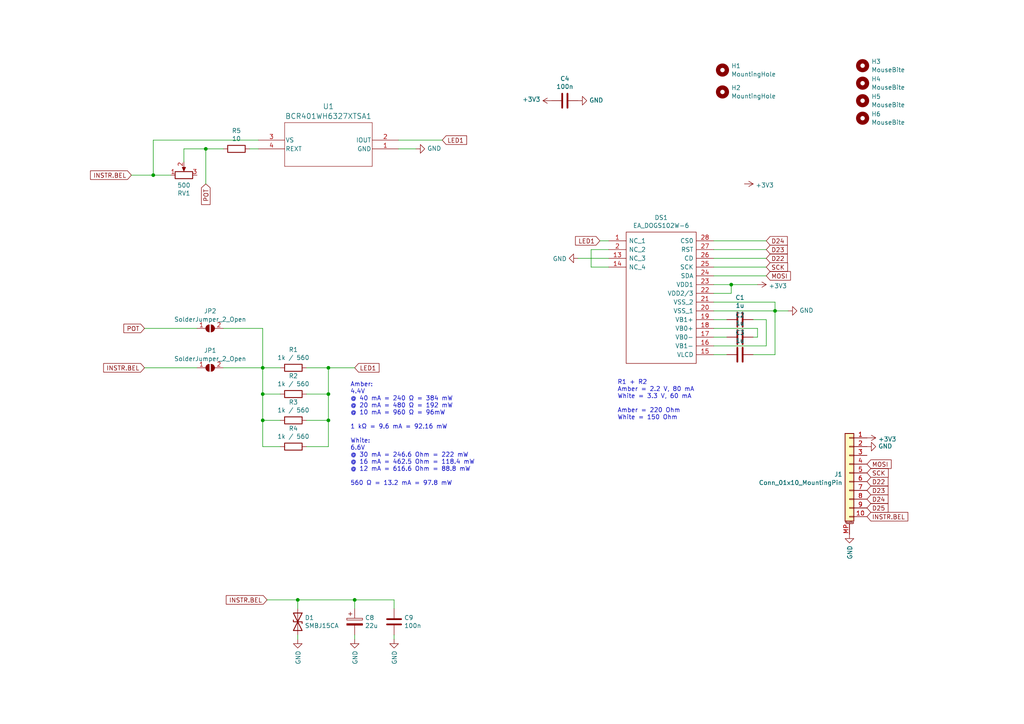
<source format=kicad_sch>
(kicad_sch (version 20230121) (generator eeschema)
  (paper "A4")
  (title_block (title "DOGS102") (date "2022-04-11") (rev "0.9.1") (company "fiz-o-matic.net"))
  (lib_symbols
    (symbol "BCR401:BCR401WH6327XTSA1" (pin_names (offset 0.254))
      (property "Reference" "U" (at 20.32 10.16 0))
      (property "Value" "BCR401WH6327XTSA1" (at 20.32 7.62 0))
      (symbol "BCR401WH6327XTSA1_0_1"
        (polyline (pts (xy 7.62 -7.62) (xy 33.02 -7.62)) (stroke (width 0.127)))
        (polyline (pts (xy 7.62 5.08) (xy 7.62 -7.62)) (stroke (width 0.127)))
        (polyline (pts (xy 33.02 -7.62) (xy 33.02 5.08)) (stroke (width 0.127)))
        (polyline (pts (xy 33.02 5.08) (xy 7.62 5.08)) (stroke (width 0.127)))
        (pin power_out line (at 0 0 0) (length 7.62) (name "GND") (number "1"))
        (pin output line (at 0 -2.54 0) (length 7.62) (name "IOUT") (number "2"))
        (pin unspecified line (at 40.64 -2.54 180) (length 7.62) (name "VS") (number "3"))
        (pin unspecified line (at 40.64 0 180) (length 7.62) (name "REXT") (number "4"))
      )
    )
    (symbol "Connector_Generic_MountingPin:Conn_01x10_MountingPin" (pin_names (offset 1.016) hide)
      (property "Reference" "J" (at 0 12.7 0))
      (property "Value" "Conn_01x10_MountingPin" (at 1.27 -15.24 0))
      (symbol "Conn_01x10_MountingPin_1_1"
        (rectangle (start -1.27 -12.573) (end 0 -12.827) (stroke (width 0.1524)))
        (rectangle (start -1.27 -10.033) (end 0 -10.287) (stroke (width 0.1524)))
        (rectangle (start -1.27 -7.493) (end 0 -7.747) (stroke (width 0.1524)))
        (rectangle (start -1.27 -4.953) (end 0 -5.207) (stroke (width 0.1524)))
        (rectangle (start -1.27 -2.413) (end 0 -2.667) (stroke (width 0.1524)))
        (rectangle (start -1.27 0.127) (end 0 -0.127) (stroke (width 0.1524)))
        (rectangle (start -1.27 2.667) (end 0 2.413) (stroke (width 0.1524)))
        (rectangle (start -1.27 5.207) (end 0 4.953) (stroke (width 0.1524)))
        (rectangle (start -1.27 7.747) (end 0 7.493) (stroke (width 0.1524)))
        (rectangle (start -1.27 10.287) (end 0 10.033) (stroke (width 0.1524)))
        (rectangle (start -1.27 11.43) (end 1.27 -13.97) (stroke (width 0.254)) (fill (type background)))
        (polyline (pts (xy -1.016 -14.732) (xy 1.016 -14.732)) (stroke (width 0.1524)))
        (text "Mounting" (at 0 -14.351 0) (effects (font (size 0.381 0.381))))
        (pin passive line (at -5.08 10.16 0) (length 3.81) (name "Pin_1") (number "1"))
        (pin passive line (at -5.08 -12.7 0) (length 3.81) (name "Pin_10") (number "10"))
        (pin passive line (at -5.08 7.62 0) (length 3.81) (name "Pin_2") (number "2"))
        (pin passive line (at -5.08 5.08 0) (length 3.81) (name "Pin_3") (number "3"))
        (pin passive line (at -5.08 2.54 0) (length 3.81) (name "Pin_4") (number "4"))
        (pin passive line (at -5.08 0 0) (length 3.81) (name "Pin_5") (number "5"))
        (pin passive line (at -5.08 -2.54 0) (length 3.81) (name "Pin_6") (number "6"))
        (pin passive line (at -5.08 -5.08 0) (length 3.81) (name "Pin_7") (number "7"))
        (pin passive line (at -5.08 -7.62 0) (length 3.81) (name "Pin_8") (number "8"))
        (pin passive line (at -5.08 -10.16 0) (length 3.81) (name "Pin_9") (number "9"))
        (pin passive line (at 0 -17.78 90) (length 3.048) (name "MountPin") (number "MP"))
      )
    )
    (symbol "Device:C" (pin_numbers hide) (pin_names (offset 0.254))
      (property "Reference" "C" (at 0.635 2.54 0))
      (property "Value" "C" (at 0.635 -2.54 0))
      (symbol "C_0_1"
        (polyline (pts (xy -2.032 -0.762) (xy 2.032 -0.762)) (stroke (width 0.508)))
        (polyline (pts (xy -2.032 0.762) (xy 2.032 0.762)) (stroke (width 0.508)))
      )
      (symbol "C_1_1"
        (pin passive line (at 0 3.81 270) (length 2.794) (name "~") (number "1"))
        (pin passive line (at 0 -3.81 90) (length 2.794) (name "~") (number "2"))
      )
    )
    (symbol "Device:D_TVS" (pin_numbers hide) (pin_names (offset 1.016) hide)
      (property "Reference" "D" (at 0 2.54 0))
      (property "Value" "D_TVS" (at 0 -2.54 0))
      (symbol "D_TVS_0_1"
        (polyline (pts (xy 1.27 0) (xy -1.27 0)))
        (polyline (pts (xy 0.508 1.27) (xy 0 1.27) (xy 0 -1.27) (xy -0.508 -1.27)) (stroke (width 0.254)))
        (polyline (pts (xy -2.54 1.27) (xy -2.54 -1.27) (xy 2.54 1.27) (xy 2.54 -1.27) (xy -2.54 1.27)) (stroke (width 0.254)))
      )
      (symbol "D_TVS_1_1"
        (pin passive line (at -3.81 0 0) (length 2.54) (name "A1") (number "1"))
        (pin passive line (at 3.81 0 180) (length 2.54) (name "A2") (number "2"))
      )
    )
    (symbol "Device:R" (pin_numbers hide) (pin_names (offset 0))
      (property "Reference" "R" (at 2.032 0 90))
      (property "Value" "R" (at 0 0 90))
      (symbol "R_0_1"
        (rectangle (start -1.016 -2.54) (end 1.016 2.54) (stroke (width 0.254)))
      )
      (symbol "R_1_1"
        (pin passive line (at 0 3.81 270) (length 1.27) (name "~") (number "1"))
        (pin passive line (at 0 -3.81 90) (length 1.27) (name "~") (number "2"))
      )
    )
    (symbol "Jumper:SolderJumper_2_Open" (pin_names (offset 0) hide)
      (property "Reference" "JP" (at 0 2.032 0))
      (property "Value" "SolderJumper_2_Open" (at 0 -2.54 0))
      (symbol "SolderJumper_2_Open_0_1"
        (arc (start -0.254 1.016) (mid -1.2656 0) (end -0.254 -1.016))
        (arc (start -0.254 1.016) (mid -1.2656 0) (end -0.254 -1.016) (fill (type outline)))
        (polyline (pts (xy -0.254 1.016) (xy -0.254 -1.016)))
        (polyline (pts (xy 0.254 1.016) (xy 0.254 -1.016)))
        (arc (start 0.254 -1.016) (mid 1.2656 0) (end 0.254 1.016))
        (arc (start 0.254 -1.016) (mid 1.2656 0) (end 0.254 1.016) (fill (type outline)))
      )
      (symbol "SolderJumper_2_Open_1_1"
        (pin passive line (at -3.81 0 0) (length 2.54) (name "A") (number "1"))
        (pin passive line (at 3.81 0 180) (length 2.54) (name "B") (number "2"))
      )
    )
    (symbol "Mechanical:MountingHole" (pin_names (offset 1.016))
      (property "Reference" "H" (at 0 5.08 0))
      (property "Value" "MountingHole" (at 0 3.175 0))
      (symbol "MountingHole_0_1"
        (circle (center 0 0) (radius 1.27) (stroke (width 1.27)))
      )
    )
    (symbol "dogs102-rescue:+3.3V-power" (power) (pin_names (offset 0))
      (property "Value" "+3.3V-power" (at 0 3.556 0))
      (symbol "+3.3V-power_0_1"
        (polyline (pts (xy -0.762 1.27) (xy 0 2.54)))
        (polyline (pts (xy 0 0) (xy 0 2.54)))
        (polyline (pts (xy 0 2.54) (xy 0.762 1.27)))
      )
      (symbol "+3.3V-power_1_1"
        (pin power_in line (at 0 0 90) (length 0) hide (name "+3V3") (number "1"))
      )
    )
    (symbol "dogs102-rescue:CP-Device" (pin_numbers hide) (pin_names (offset 0.254))
      (property "Reference" "C" (at 0.635 2.54 0))
      (property "Value" "Device_CP" (at 0.635 -2.54 0))
      (symbol "CP-Device_0_1"
        (rectangle (start -2.286 0.508) (end 2.286 1.016))
        (polyline (pts (xy -1.778 2.286) (xy -0.762 2.286)))
        (polyline (pts (xy -1.27 2.794) (xy -1.27 1.778)))
        (rectangle (start 2.286 -0.508) (end -2.286 -1.016) (fill (type outline)))
      )
      (symbol "CP-Device_1_1"
        (pin passive line (at 0 3.81 270) (length 2.794) (name "~") (number "1"))
        (pin passive line (at 0 -3.81 90) (length 2.794) (name "~") (number "2"))
      )
    )
    (symbol "dogs102-rescue:EA_DOGS102W-6-dogs102_n" (pin_names (offset 0.762))
      (property "Reference" "DS" (at 26.67 7.62 0))
      (property "Value" "EA_DOGS102W-6-dogs102_n" (at 26.67 5.08 0))
      (symbol "EA_DOGS102W-6-dogs102_n_0_0"
        (pin unspecified line (at 0 0 0) (length 5.08) (name "NC_1") (number "1"))
        (pin unspecified line (at 0 -5.08 0) (length 5.08) (name "NC_3") (number "13"))
        (pin unspecified line (at 0 -7.62 0) (length 5.08) (name "NC_4") (number "14"))
        (pin unspecified line (at 30.48 -33.02 180) (length 5.08) (name "VLCD") (number "15"))
        (pin unspecified line (at 30.48 -30.48 180) (length 5.08) (name "VB1-") (number "16"))
        (pin unspecified line (at 30.48 -27.94 180) (length 5.08) (name "VB0-") (number "17"))
        (pin unspecified line (at 30.48 -25.4 180) (length 5.08) (name "VB0+") (number "18"))
        (pin unspecified line (at 30.48 -22.86 180) (length 5.08) (name "VB1+") (number "19"))
        (pin unspecified line (at 0 -2.54 0) (length 5.08) (name "NC_2") (number "2"))
        (pin unspecified line (at 30.48 -20.32 180) (length 5.08) (name "VSS_1") (number "20"))
        (pin unspecified line (at 30.48 -17.78 180) (length 5.08) (name "VSS_2") (number "21"))
        (pin unspecified line (at 30.48 -15.24 180) (length 5.08) (name "VDD2/3") (number "22"))
        (pin unspecified line (at 30.48 -12.7 180) (length 5.08) (name "VDD1") (number "23"))
        (pin unspecified line (at 30.48 -10.16 180) (length 5.08) (name "SDA") (number "24"))
        (pin unspecified line (at 30.48 -7.62 180) (length 5.08) (name "SCK") (number "25"))
        (pin unspecified line (at 30.48 -5.08 180) (length 5.08) (name "CD") (number "26"))
        (pin unspecified line (at 30.48 -2.54 180) (length 5.08) (name "RST") (number "27"))
        (pin unspecified line (at 30.48 0 180) (length 5.08) (name "CS0") (number "28"))
      )
      (symbol "EA_DOGS102W-6-dogs102_n_0_1"
        (polyline (pts (xy 5.08 2.54) (xy 25.4 2.54) (xy 25.4 -35.56) (xy 5.08 -35.56) (xy 5.08 2.54)) (stroke (width 0.1524)))
      )
    )
    (symbol "dogs102-rescue:R_POT-Device" (pin_names (offset 1.016) hide)
      (property "Reference" "RV" (at -4.445 0 90))
      (property "Value" "Device_R_POT" (at -2.54 0 90))
      (symbol "R_POT-Device_0_1"
        (polyline (pts (xy 2.54 0) (xy 1.524 0)))
        (polyline (pts (xy 1.143 0) (xy 2.286 0.508) (xy 2.286 -0.508) (xy 1.143 0)) (fill (type outline)))
        (rectangle (start 1.016 2.54) (end -1.016 -2.54) (stroke (width 0.254)))
      )
      (symbol "R_POT-Device_1_1"
        (pin passive line (at 0 3.81 270) (length 1.27) (name "1") (number "1"))
        (pin passive line (at 3.81 0 180) (length 1.27) (name "2") (number "2"))
        (pin passive line (at 0 -3.81 90) (length 1.27) (name "3") (number "3"))
      )
    )
    (symbol "dogs102:DINA4_L" (pin_numbers hide) (pin_names (offset 1.016) hide)
      (symbol "DINA4_L_2_0"
        (polyline (pts (xy 0 0) (xy 0 5.08)))
        (polyline (pts (xy 0 0) (xy 71.12 0)))
        (polyline (pts (xy 0 5.08) (xy 0 15.24)))
        (polyline (pts (xy 0 5.08) (xy 71.12 5.08)))
        (polyline (pts (xy 0 15.24) (xy 0 22.86)))
        (polyline (pts (xy 0 22.86) (xy 0 35.56)))
        (polyline (pts (xy 0 22.86) (xy 101.6 22.86)))
        (polyline (pts (xy 71.12 0) (xy 101.6 0)))
        (polyline (pts (xy 71.12 5.08) (xy 71.12 0)))
        (polyline (pts (xy 71.12 5.08) (xy 87.63 5.08)))
        (polyline (pts (xy 87.63 5.08) (xy 101.6 5.08)))
        (polyline (pts (xy 87.63 15.24) (xy 0 15.24)))
        (polyline (pts (xy 87.63 15.24) (xy 87.63 5.08)))
        (polyline (pts (xy 101.6 5.08) (xy 101.6 0)))
        (polyline (pts (xy 101.6 15.24) (xy 87.63 15.24)))
        (polyline (pts (xy 101.6 15.24) (xy 101.6 5.08)))
        (polyline (pts (xy 101.6 22.86) (xy 101.6 15.24)))
        (polyline (pts (xy 101.6 35.56) (xy 0 35.56)))
        (polyline (pts (xy 101.6 35.56) (xy 101.6 22.86)))
        (text ">DRAWING_NAME" (at 30.48 20.066 0) (effects (font (size 2.032 2.032))))
        (text ">LAST_DATE_TIME" (at 27.3558 2.286 0) (effects (font (size 2.032 2.032))))
        (text ">SHEET" (at 92.2274 2.286 0) (effects (font (size 2.032 2.032))))
        (text "Date:" (at 6.1468 2.286 0) (effects (font (size 2.032 2.032))))
        (text "Document Number:" (at 16.9164 12.446 0) (effects (font (size 2.032 2.032))))
        (text "REV:" (at 92.8116 12.446 0) (effects (font (size 2.032 2.032))))
        (text "Sheet:" (at 78.2574 2.286 0) (effects (font (size 2.032 2.032))))
        (text "TITLE:" (at 7.1374 20.066 0) (effects (font (size 2.032 2.032))))
      )
    )
    (symbol "power:GND" (power) (pin_names (offset 0))
      (property "Value" "GND" (at 0 -3.81 0))
      (symbol "GND_0_1"
        (polyline (pts (xy 0 0) (xy 0 -1.27) (xy 1.27 -1.27) (xy 0 -2.54) (xy -1.27 -1.27) (xy 0 -1.27)))
      )
      (symbol "GND_1_1"
        (pin power_in line (at 0 0 270) (length 0) hide (name "GND") (number "1"))
      )
    )
  )
  (junction (at 76.2 106.68))
  (junction (at 86.36 173.99))
  (junction (at 95.25 106.68))
  (junction (at 212.09 82.55))
  (junction (at 102.87 173.99))
  (junction (at 59.69 43.18))
  (junction (at 76.2 114.3))
  (junction (at 44.45 50.8))
  (junction (at 224.79 90.17))
  (junction (at 76.2 121.92))
  (junction (at 95.25 114.3))
  (junction (at 95.25 121.92))
  (wire (pts (xy 76.2 121.92) (xy 76.2 114.3)))
  (wire (pts (xy 207.01 82.55) (xy 212.09 82.55)))
  (wire (pts (xy 114.3 173.99) (xy 114.3 176.53)))
  (wire (pts (xy 102.87 173.99) (xy 114.3 173.99)))
  (wire (pts (xy 64.77 106.68) (xy 76.2 106.68)))
  (wire (pts (xy 219.71 95.25) (xy 207.01 95.25)))
  (wire (pts (xy 212.09 85.09) (xy 212.09 82.55)))
  (wire (pts (xy 41.91 106.68) (xy 57.15 106.68)))
  (wire (pts (xy 115.57 43.18) (xy 120.65 43.18)))
  (wire (pts (xy 114.3 184.15) (xy 114.3 185.42)))
  (wire (pts (xy 222.25 100.33) (xy 222.25 92.71)))
  (wire (pts (xy 207.01 100.33) (xy 222.25 100.33)))
  (wire (pts (xy 207.01 90.17) (xy 224.79 90.17)))
  (wire (pts (xy 171.45 77.47) (xy 171.45 72.39)))
  (wire (pts (xy 88.9 121.92) (xy 95.25 121.92)))
  (wire (pts (xy 59.69 43.18) (xy 64.77 43.18)))
  (wire (pts (xy 86.36 184.15) (xy 86.36 185.42)))
  (wire (pts (xy 64.77 95.25) (xy 76.2 95.25)))
  (wire (pts (xy 171.45 72.39) (xy 176.53 72.39)))
  (wire (pts (xy 76.2 106.68) (xy 81.28 106.68)))
  (wire (pts (xy 224.79 87.63) (xy 224.79 90.17)))
  (wire (pts (xy 102.87 184.15) (xy 102.87 185.42)))
  (wire (pts (xy 53.34 43.18) (xy 59.69 43.18)))
  (wire (pts (xy 86.36 173.99) (xy 102.87 173.99)))
  (wire (pts (xy 81.28 129.54) (xy 76.2 129.54)))
  (wire (pts (xy 53.34 43.18) (xy 53.34 46.99)))
  (wire (pts (xy 224.79 90.17) (xy 224.79 102.87)))
  (wire (pts (xy 76.2 129.54) (xy 76.2 121.92)))
  (wire (pts (xy 95.25 114.3) (xy 95.25 106.68)))
  (wire (pts (xy 218.44 97.79) (xy 219.71 97.79)))
  (wire (pts (xy 167.64 74.93) (xy 176.53 74.93)))
  (wire (pts (xy 95.25 106.68) (xy 102.87 106.68)))
  (wire (pts (xy 171.45 77.47) (xy 176.53 77.47)))
  (wire (pts (xy 207.01 72.39) (xy 222.25 72.39)))
  (wire (pts (xy 76.2 95.25) (xy 76.2 106.68)))
  (wire (pts (xy 207.01 92.71) (xy 210.82 92.71)))
  (wire (pts (xy 57.15 95.25) (xy 41.91 95.25)))
  (wire (pts (xy 115.57 40.64) (xy 128.27 40.64)))
  (wire (pts (xy 102.87 173.99) (xy 102.87 176.53)))
  (wire (pts (xy 44.45 50.8) (xy 49.53 50.8)))
  (wire (pts (xy 207.01 97.79) (xy 210.82 97.79)))
  (wire (pts (xy 77.47 173.99) (xy 86.36 173.99)))
  (wire (pts (xy 207.01 77.47) (xy 222.25 77.47)))
  (wire (pts (xy 207.01 85.09) (xy 212.09 85.09)))
  (wire (pts (xy 224.79 102.87) (xy 218.44 102.87)))
  (wire (pts (xy 219.71 97.79) (xy 219.71 95.25)))
  (wire (pts (xy 38.1 50.8) (xy 44.45 50.8)))
  (wire (pts (xy 207.01 80.01) (xy 222.25 80.01)))
  (wire (pts (xy 76.2 114.3) (xy 76.2 106.68)))
  (wire (pts (xy 59.69 43.18) (xy 59.69 53.34)))
  (wire (pts (xy 72.39 43.18) (xy 74.93 43.18)))
  (wire (pts (xy 88.9 106.68) (xy 95.25 106.68)))
  (wire (pts (xy 173.99 69.85) (xy 176.53 69.85)))
  (wire (pts (xy 88.9 114.3) (xy 95.25 114.3)))
  (wire (pts (xy 207.01 102.87) (xy 210.82 102.87)))
  (wire (pts (xy 81.28 114.3) (xy 76.2 114.3)))
  (wire (pts (xy 222.25 92.71) (xy 218.44 92.71)))
  (wire (pts (xy 224.79 90.17) (xy 228.6 90.17)))
  (wire (pts (xy 207.01 87.63) (xy 224.79 87.63)))
  (wire (pts (xy 212.09 82.55) (xy 219.71 82.55)))
  (wire (pts (xy 95.25 129.54) (xy 95.25 121.92)))
  (wire (pts (xy 207.01 69.85) (xy 222.25 69.85)))
  (wire (pts (xy 44.45 40.64) (xy 44.45 50.8)))
  (wire (pts (xy 207.01 74.93) (xy 222.25 74.93)))
  (wire (pts (xy 88.9 129.54) (xy 95.25 129.54)))
  (wire (pts (xy 86.36 173.99) (xy 86.36 176.53)))
  (wire (pts (xy 81.28 121.92) (xy 76.2 121.92)))
  (wire (pts (xy 95.25 121.92) (xy 95.25 114.3)))
  (wire (pts (xy 74.93 40.64) (xy 44.45 40.64)))
  (text "Amber:\n4.4V \n@ 40 mA = 240 Ω = 384 mW\n@ 20 mA = 480 Ω = 192 mW\n@ 10 mA = 960 Ω = 96mW\n\n1 kΩ = 9.6 mA = 92.16 mW\n\nWhite:\n6.6V \n@ 30 mA = 246.6 Ohm = 222 mW\n@ 16 mA = 462.5 Ohm = 118.4 mW\n@ 12 mA = 616.6 Ohm = 88.8 mW\n\n560 Ω = 13.2 mA = 97.8 mW" (at 101.6 140.97 0) (effects (font (size 1.27 1.27)) (justify left bottom)))
  (text "R1 + R2\nAmber = 2.2 V, 80 mA\nWhite = 3.3 V, 60 mA\n\nAmber = 220 Ohm\nWhite = 150 Ohm" (at 179.07 121.92 0) (effects (font (size 1.27 1.27)) (justify left bottom)))
  (global_label "D24" (shape input) (at 222.25 69.85 0) (property "Intersheetrefs" "${INTERSHEET_REFS}" (effects hide)))
  (global_label "MOSI" (shape input) (at 222.25 80.01 0) (property "Intersheetrefs" "${INTERSHEET_REFS}" (effects hide)))
  (global_label "POT" (shape input) (at 41.91 95.25 180) (property "Intersheetrefs" "${INTERSHEET_REFS}" (effects hide)))
  (global_label "SCK" (shape input) (at 251.46 137.16 0) (property "Intersheetrefs" "${INTERSHEET_REFS}" (effects hide)))
  (global_label "POT" (shape input) (at 59.69 53.34 270) (property "Intersheetrefs" "${INTERSHEET_REFS}" (effects hide)))
  (global_label "INSTR.BEL" (shape input) (at 77.47 173.99 180) (property "Intersheetrefs" "${INTERSHEET_REFS}" (effects hide)))
  (global_label "LED1" (shape input) (at 128.27 40.64 0) (property "Intersheetrefs" "${INTERSHEET_REFS}" (effects hide)))
  (global_label "SCK" (shape input) (at 222.25 77.47 0) (property "Intersheetrefs" "${INTERSHEET_REFS}" (effects hide)))
  (global_label "INSTR.BEL" (shape input) (at 251.46 149.86 0) (property "Intersheetrefs" "${INTERSHEET_REFS}" (effects hide)))
  (global_label "D22" (shape input) (at 251.46 139.7 0) (property "Intersheetrefs" "${INTERSHEET_REFS}" (effects hide)))
  (global_label "INSTR.BEL" (shape input) (at 41.91 106.68 180) (property "Intersheetrefs" "${INTERSHEET_REFS}" (effects hide)))
  (global_label "LED1" (shape input) (at 173.99 69.85 180) (property "Intersheetrefs" "${INTERSHEET_REFS}" (effects hide)))
  (global_label "D22" (shape input) (at 222.25 74.93 0) (property "Intersheetrefs" "${INTERSHEET_REFS}" (effects hide)))
  (global_label "D25" (shape input) (at 251.46 147.32 0) (property "Intersheetrefs" "${INTERSHEET_REFS}" (effects hide)))
  (global_label "LED1" (shape input) (at 102.87 106.68 0) (property "Intersheetrefs" "${INTERSHEET_REFS}" (effects hide)))
  (global_label "D23" (shape input) (at 251.46 142.24 0) (property "Intersheetrefs" "${INTERSHEET_REFS}" (effects hide)))
  (global_label "INSTR.BEL" (shape input) (at 38.1 50.8 180) (property "Intersheetrefs" "${INTERSHEET_REFS}" (effects hide)))
  (global_label "D24" (shape input) (at 251.46 144.78 0) (property "Intersheetrefs" "${INTERSHEET_REFS}" (effects hide)))
  (global_label "MOSI" (shape input) (at 251.46 134.62 0) (property "Intersheetrefs" "${INTERSHEET_REFS}" (effects hide)))
  (global_label "D23" (shape input) (at 222.25 72.39 0) (property "Intersheetrefs" "${INTERSHEET_REFS}" (effects hide)))
  (symbol (lib_id "dogs102:DINA4_L") (at 31.75 207.01 0) (unit 1)
    (property "Reference" "#FRAME1" (effects hide))
  )
  (symbol (lib_id "dogs102-rescue:EA_DOGS102W-6-dogs102_n") (at 176.53 69.85 0) (unit 1)
    (property "Reference" "DS1" (at 191.77 63.119 0))
    (property "Value" "EA_DOGS102W-6" (at 191.77 65.4304 0))
    (property "Footprint" "fiz-o-matic:EA-DOGS102W-6" (effects hide))
    (property "Datasheet" "http://www.lcd-module.com/eng/pdf/grafik/dogs102-6e.pdf" (effects hide))
    (property "Description" "LCD Graphic Display Modules & Accessories FSTN (+) Transflect White Background" (effects hide))
    (property "Manufacturer_Name" "ELECTRONIC ASSEMBLY" (effects hide))
    (property "Manufacturer_Part_Number" "EA DOGS102W-6" (effects hide))
    (property "Mouser Part Number" "790-EADOGS102W-6" (effects hide))
    (property "Mouser Price/Stock" "https://www.mouser.com/Search/Refine.aspx?Keyword=790-EADOGS102W-6" (effects hide))
  )
  (symbol (lib_id "Device:C") (at 214.63 97.79 270) (unit 1)
    (property "Reference" "C2" (at 214.63 91.3892 90))
    (property "Value" "1u" (at 214.63 93.7006 90))
    (property "Footprint" "Capacitor_SMD:C_1210_3225Metric_Pad1.33x2.70mm_HandSolder" (effects hide))
  )
  (symbol (lib_id "Device:C") (at 214.63 92.71 270) (unit 1)
    (property "Reference" "C1" (at 214.63 86.3092 90))
    (property "Value" "1u" (at 214.63 88.6206 90))
    (property "Footprint" "Capacitor_SMD:C_1210_3225Metric_Pad1.33x2.70mm_HandSolder" (effects hide))
  )
  (symbol (lib_id "Device:C") (at 214.63 102.87 270) (unit 1)
    (property "Reference" "C3" (at 214.63 96.4692 90))
    (property "Value" "1u" (at 214.63 98.7806 90))
    (property "Footprint" "Capacitor_SMD:C_1210_3225Metric_Pad1.33x2.70mm_HandSolder" (effects hide))
  )
  (symbol (lib_id "dogs102-rescue:+3.3V-power") (at 219.71 82.55 270) (unit 1)
    (property "Reference" "#PWR0102" (effects hide))
    (property "Value" "+3.3V" (at 222.9612 82.931 90) (effects (justify left)))
  )
  (symbol (lib_id "dogs102-rescue:+3.3V-power") (at 215.9 53.34 270) (unit 1)
    (property "Reference" "#PWR0105" (effects hide))
    (property "Value" "+3.3V" (at 219.1512 53.721 90) (effects (justify left)))
  )
  (symbol (lib_id "Device:C") (at 163.83 29.21 270) (unit 1)
    (property "Reference" "C4" (at 163.83 22.8092 90))
    (property "Value" "100n" (at 163.83 25.1206 90))
    (property "Footprint" "Capacitor_SMD:C_0805_2012Metric" (effects hide))
  )
  (symbol (lib_id "dogs102-rescue:+3.3V-power") (at 160.02 29.21 90) (unit 1)
    (property "Reference" "#PWR0113" (effects hide))
    (property "Value" "+3.3V" (at 156.7688 28.829 90) (effects (justify left)))
  )
  (symbol (lib_id "power:GND") (at 228.6 90.17 90) (unit 1)
    (property "Reference" "#PWR0115" (effects hide))
    (property "Value" "GND" (at 231.8512 90.043 90) (effects (justify right)))
  )
  (symbol (lib_id "power:GND") (at 167.64 29.21 90) (unit 1)
    (property "Reference" "#PWR0116" (effects hide))
    (property "Value" "GND" (at 170.8912 29.083 90) (effects (justify right)))
  )
  (symbol (lib_id "power:GND") (at 167.64 74.93 270) (unit 1)
    (property "Reference" "#PWR0120" (effects hide))
    (property "Value" "GND" (at 164.3888 75.057 90) (effects (justify right)))
  )
  (symbol (lib_id "dogs102-rescue:CP-Device") (at 102.87 180.34 0) (unit 1)
    (property "Reference" "C8" (at 105.8672 179.1716 0) (effects (justify left)))
    (property "Value" "22u" (at 105.8672 181.483 0) (effects (justify left)))
    (property "Footprint" "Capacitor_SMD:CP_Elec_5x3" (effects hide))
  )
  (symbol (lib_id "Device:C") (at 114.3 180.34 0) (unit 1)
    (property "Reference" "C9" (at 117.221 179.1716 0) (effects (justify left)))
    (property "Value" "100n" (at 117.221 181.483 0) (effects (justify left)))
    (property "Footprint" "Capacitor_SMD:C_0805_2012Metric" (effects hide))
  )
  (symbol (lib_id "Device:D_TVS") (at 86.36 180.34 270) (unit 1)
    (property "Reference" "D1" (at 88.392 179.1716 90) (effects (justify left)))
    (property "Value" "SMBJ15CA" (at 88.392 181.483 90) (effects (justify left)))
    (property "Footprint" "Diode_SMD:D_SMB" (effects hide))
  )
  (symbol (lib_id "Device:R") (at 85.09 106.68 270) (unit 1)
    (property "Reference" "R1" (at 85.09 101.4222 90))
    (property "Value" "1k / 560" (at 85.09 103.7336 90))
    (property "Footprint" "Resistor_SMD:R_0805_2012Metric" (effects hide))
  )
  (symbol (lib_id "power:GND") (at 86.36 185.42 0) (unit 1)
    (property "Reference" "#PWR0121" (effects hide))
    (property "Value" "GND" (at 86.487 188.6712 90) (effects (justify right)))
  )
  (symbol (lib_id "power:GND") (at 102.87 185.42 0) (unit 1)
    (property "Reference" "#PWR0122" (effects hide))
    (property "Value" "GND" (at 102.997 188.6712 90) (effects (justify right)))
  )
  (symbol (lib_id "power:GND") (at 114.3 185.42 0) (unit 1)
    (property "Reference" "#PWR0123" (effects hide))
    (property "Value" "GND" (at 114.427 188.6712 90) (effects (justify right)))
  )
  (symbol (lib_id "dogs102-rescue:R_POT-Device") (at 53.34 50.8 90) (unit 1)
    (property "Reference" "RV1" (at 53.34 56.0578 90))
    (property "Value" "500" (at 53.34 53.7464 90))
    (property "Footprint" "Potentiometer_THT:Potentiometer_Piher_PT-6-V_Vertical_Hole" (effects hide))
  )
  (symbol (lib_id "Mechanical:MountingHole") (at 250.19 24.13 0) (unit 1)
    (property "Reference" "H4" (at 252.73 22.9179 0) (effects (justify left)))
    (property "Value" "MouseBite" (at 252.73 25.3421 0) (effects (justify left)))
    (property "Footprint" "fiz-o-matic:mouse-bite-1mm-slot" (effects hide))
  )
  (symbol (lib_id "Device:R") (at 85.09 129.54 270) (unit 1)
    (property "Reference" "R4" (at 85.09 124.2822 90))
    (property "Value" "1k / 560" (at 85.09 126.5936 90))
    (property "Footprint" "Resistor_SMD:R_0805_2012Metric" (effects hide))
  )
  (symbol (lib_id "Device:R") (at 85.09 114.3 270) (unit 1)
    (property "Reference" "R2" (at 85.09 109.0422 90))
    (property "Value" "1k / 560" (at 85.09 111.3536 90))
    (property "Footprint" "Resistor_SMD:R_0805_2012Metric" (effects hide))
  )
  (symbol (lib_id "Jumper:SolderJumper_2_Open") (at 60.96 106.68 0) (unit 1)
    (property "Reference" "JP1" (at 60.96 101.6467 0))
    (property "Value" "SolderJumper_2_Open" (at 60.96 104.0709 0))
    (property "Footprint" "Jumper:SolderJumper-2_P1.3mm_Open_TrianglePad1.0x1.5mm" (effects hide))
  )
  (symbol (lib_id "Mechanical:MountingHole") (at 209.55 20.32 0) (unit 1)
    (property "Reference" "H1" (at 212.09 19.1079 0) (effects (justify left)))
    (property "Value" "MountingHole" (at 212.09 21.5321 0) (effects (justify left)))
    (property "Footprint" "MountingHole:MountingHole_2.2mm_M2" (effects hide))
  )
  (symbol (lib_id "dogs102-rescue:+3.3V-power") (at 251.46 127 270) (unit 1)
    (property "Reference" "#PWR01" (effects hide))
    (property "Value" "+3.3V" (at 254.7112 127.381 90) (effects (justify left)))
  )
  (symbol (lib_id "power:GND") (at 246.38 154.94 0) (unit 1)
    (property "Reference" "#PWR03" (effects hide))
    (property "Value" "GND" (at 246.507 158.1912 90) (effects (justify right)))
  )
  (symbol (lib_id "Jumper:SolderJumper_2_Open") (at 60.96 95.25 0) (unit 1)
    (property "Reference" "JP2" (at 60.96 90.2167 0))
    (property "Value" "SolderJumper_2_Open" (at 60.96 92.6409 0))
    (property "Footprint" "Jumper:SolderJumper-2_P1.3mm_Open_TrianglePad1.0x1.5mm" (effects hide))
  )
  (symbol (lib_id "BCR401:BCR401WH6327XTSA1") (at 115.57 43.18 180) (unit 1)
    (property "Reference" "U1" (at 95.25 30.8663 0) (effects (font (size 1.524 1.524))))
    (property "Value" "BCR401WH6327XTSA1" (at 95.25 33.6991 0) (effects (font (size 1.524 1.524))))
    (property "Footprint" "PG-SOT343-4-1_INF" (effects hide))
    (property "Datasheet" "BCR401WH6327XTSA1" (effects hide))
  )
  (symbol (lib_id "Mechanical:MountingHole") (at 250.19 34.29 0) (unit 1)
    (property "Reference" "H6" (at 252.73 33.0779 0) (effects (justify left)))
    (property "Value" "MouseBite" (at 252.73 35.5021 0) (effects (justify left)))
    (property "Footprint" "fiz-o-matic:mouse-bite-1mm-slot" (effects hide))
  )
  (symbol (lib_id "Mechanical:MountingHole") (at 250.19 19.05 0) (unit 1)
    (property "Reference" "H3" (at 252.73 17.8379 0) (effects (justify left)))
    (property "Value" "MouseBite" (at 252.73 20.2621 0) (effects (justify left)))
    (property "Footprint" "fiz-o-matic:mouse-bite-1mm-slot" (effects hide))
  )
  (symbol (lib_id "Mechanical:MountingHole") (at 250.19 29.21 0) (unit 1)
    (property "Reference" "H5" (at 252.73 27.9979 0) (effects (justify left)))
    (property "Value" "MouseBite" (at 252.73 30.4221 0) (effects (justify left)))
    (property "Footprint" "fiz-o-matic:mouse-bite-1mm-slot" (effects hide))
  )
  (symbol (lib_id "Device:R") (at 85.09 121.92 270) (unit 1)
    (property "Reference" "R3" (at 85.09 116.6622 90))
    (property "Value" "1k / 560" (at 85.09 118.9736 90))
    (property "Footprint" "Resistor_SMD:R_0805_2012Metric" (effects hide))
  )
  (symbol (lib_id "Mechanical:MountingHole") (at 209.55 26.67 0) (unit 1)
    (property "Reference" "H2" (at 212.09 25.4579 0) (effects (justify left)))
    (property "Value" "MountingHole" (at 212.09 27.8821 0) (effects (justify left)))
    (property "Footprint" "MountingHole:MountingHole_2.2mm_M2" (effects hide))
  )
  (symbol (lib_id "Device:R") (at 68.58 43.18 270) (unit 1)
    (property "Reference" "R5" (at 68.58 37.9222 90))
    (property "Value" "10" (at 68.58 40.2336 90))
    (property "Footprint" "Resistor_SMD:R_0805_2012Metric" (effects hide))
  )
  (symbol (lib_id "power:GND") (at 251.46 129.54 90) (unit 1)
    (property "Reference" "#PWR02" (effects hide))
    (property "Value" "GND" (at 254.7112 129.413 90) (effects (justify right)))
  )
  (symbol (lib_id "Connector_Generic_MountingPin:Conn_01x10_MountingPin") (at 246.38 137.16 0) (mirror y) (unit 1)
    (property "Reference" "J1" (at 244.348 137.5735 0) (effects (justify left)))
    (property "Value" "Conn_01x10_MountingPin" (at 244.348 139.9977 0) (effects (justify left)))
    (property "Footprint" "Connector_JST:JST_SH_SM10B-SRSS-TB_1x10-1MP_P1.00mm_Horizontal" (effects hide))
  )
  (symbol (lib_id "power:GND") (at 120.65 43.18 90) (unit 1)
    (property "Reference" "#PWR04" (effects hide))
    (property "Value" "GND" (at 123.9012 43.053 90) (effects (justify right)))
  )
)
</source>
